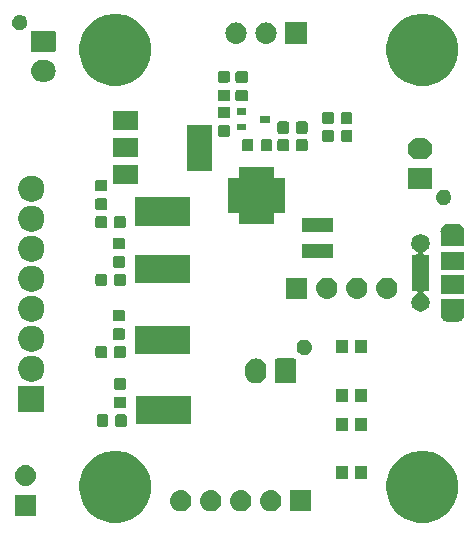
<source format=gbr>
G04 #@! TF.GenerationSoftware,KiCad,Pcbnew,5.0.2-5.0.2*
G04 #@! TF.CreationDate,2019-02-08T22:24:12-08:00*
G04 #@! TF.ProjectId,t962,74393632-2e6b-4696-9361-645f70636258,1.2.2*
G04 #@! TF.SameCoordinates,Original*
G04 #@! TF.FileFunction,Soldermask,Top*
G04 #@! TF.FilePolarity,Negative*
%FSLAX46Y46*%
G04 Gerber Fmt 4.6, Leading zero omitted, Abs format (unit mm)*
G04 Created by KiCad (PCBNEW 5.0.2-5.0.2) date Fri 08 Feb 2019 10:24:12 PM PST*
%MOMM*%
%LPD*%
G01*
G04 APERTURE LIST*
%ADD10C,0.100000*%
G04 APERTURE END LIST*
D10*
G36*
X164593325Y-69127750D02*
X164789769Y-69166825D01*
X165344906Y-69396770D01*
X165844517Y-69730599D01*
X166269401Y-70155483D01*
X166603230Y-70655094D01*
X166833175Y-71210231D01*
X166833175Y-71210232D01*
X166950400Y-71799560D01*
X166950400Y-72400440D01*
X166921103Y-72547723D01*
X166833175Y-72989769D01*
X166603230Y-73544906D01*
X166269401Y-74044517D01*
X165844517Y-74469401D01*
X165344906Y-74803230D01*
X164789769Y-75033175D01*
X164593325Y-75072250D01*
X164200440Y-75150400D01*
X163599560Y-75150400D01*
X163206675Y-75072250D01*
X163010231Y-75033175D01*
X162455094Y-74803230D01*
X161955483Y-74469401D01*
X161530599Y-74044517D01*
X161196770Y-73544906D01*
X160966825Y-72989769D01*
X160878897Y-72547723D01*
X160849600Y-72400440D01*
X160849600Y-71799560D01*
X160966825Y-71210232D01*
X160966825Y-71210231D01*
X161196770Y-70655094D01*
X161530599Y-70155483D01*
X161955483Y-69730599D01*
X162455094Y-69396770D01*
X163010231Y-69166825D01*
X163206675Y-69127750D01*
X163599560Y-69049600D01*
X164200440Y-69049600D01*
X164593325Y-69127750D01*
X164593325Y-69127750D01*
G37*
G36*
X138593325Y-69127750D02*
X138789769Y-69166825D01*
X139344906Y-69396770D01*
X139844517Y-69730599D01*
X140269401Y-70155483D01*
X140603230Y-70655094D01*
X140833175Y-71210231D01*
X140833175Y-71210232D01*
X140950400Y-71799560D01*
X140950400Y-72400440D01*
X140921103Y-72547723D01*
X140833175Y-72989769D01*
X140603230Y-73544906D01*
X140269401Y-74044517D01*
X139844517Y-74469401D01*
X139344906Y-74803230D01*
X138789769Y-75033175D01*
X138593325Y-75072250D01*
X138200440Y-75150400D01*
X137599560Y-75150400D01*
X137206675Y-75072250D01*
X137010231Y-75033175D01*
X136455094Y-74803230D01*
X135955483Y-74469401D01*
X135530599Y-74044517D01*
X135196770Y-73544906D01*
X134966825Y-72989769D01*
X134878897Y-72547723D01*
X134849600Y-72400440D01*
X134849600Y-71799560D01*
X134966825Y-71210232D01*
X134966825Y-71210231D01*
X135196770Y-70655094D01*
X135530599Y-70155483D01*
X135955483Y-69730599D01*
X136455094Y-69396770D01*
X137010231Y-69166825D01*
X137206675Y-69127750D01*
X137599560Y-69049600D01*
X138200440Y-69049600D01*
X138593325Y-69127750D01*
X138593325Y-69127750D01*
G37*
G36*
X131200400Y-74600400D02*
X129399600Y-74600400D01*
X129399600Y-72799600D01*
X131200400Y-72799600D01*
X131200400Y-74600400D01*
X131200400Y-74600400D01*
G37*
G36*
X151236510Y-72412628D02*
X151406235Y-72464114D01*
X151562656Y-72547722D01*
X151699759Y-72660241D01*
X151812278Y-72797344D01*
X151895886Y-72953765D01*
X151947372Y-73123490D01*
X151964756Y-73300000D01*
X151947372Y-73476510D01*
X151895886Y-73646235D01*
X151812278Y-73802656D01*
X151699759Y-73939759D01*
X151562656Y-74052278D01*
X151406235Y-74135886D01*
X151236510Y-74187372D01*
X151104230Y-74200400D01*
X151015770Y-74200400D01*
X150883490Y-74187372D01*
X150713765Y-74135886D01*
X150557344Y-74052278D01*
X150420241Y-73939759D01*
X150307722Y-73802656D01*
X150224114Y-73646235D01*
X150172628Y-73476510D01*
X150155244Y-73300000D01*
X150172628Y-73123490D01*
X150224114Y-72953765D01*
X150307722Y-72797344D01*
X150420241Y-72660241D01*
X150557344Y-72547722D01*
X150713765Y-72464114D01*
X150883490Y-72412628D01*
X151015770Y-72399600D01*
X151104230Y-72399600D01*
X151236510Y-72412628D01*
X151236510Y-72412628D01*
G37*
G36*
X154500400Y-74200400D02*
X152699600Y-74200400D01*
X152699600Y-72399600D01*
X154500400Y-72399600D01*
X154500400Y-74200400D01*
X154500400Y-74200400D01*
G37*
G36*
X143616510Y-72412628D02*
X143786235Y-72464114D01*
X143942656Y-72547722D01*
X144079759Y-72660241D01*
X144192278Y-72797344D01*
X144275886Y-72953765D01*
X144327372Y-73123490D01*
X144344756Y-73300000D01*
X144327372Y-73476510D01*
X144275886Y-73646235D01*
X144192278Y-73802656D01*
X144079759Y-73939759D01*
X143942656Y-74052278D01*
X143786235Y-74135886D01*
X143616510Y-74187372D01*
X143484230Y-74200400D01*
X143395770Y-74200400D01*
X143263490Y-74187372D01*
X143093765Y-74135886D01*
X142937344Y-74052278D01*
X142800241Y-73939759D01*
X142687722Y-73802656D01*
X142604114Y-73646235D01*
X142552628Y-73476510D01*
X142535244Y-73300000D01*
X142552628Y-73123490D01*
X142604114Y-72953765D01*
X142687722Y-72797344D01*
X142800241Y-72660241D01*
X142937344Y-72547722D01*
X143093765Y-72464114D01*
X143263490Y-72412628D01*
X143395770Y-72399600D01*
X143484230Y-72399600D01*
X143616510Y-72412628D01*
X143616510Y-72412628D01*
G37*
G36*
X148696510Y-72412628D02*
X148866235Y-72464114D01*
X149022656Y-72547722D01*
X149159759Y-72660241D01*
X149272278Y-72797344D01*
X149355886Y-72953765D01*
X149407372Y-73123490D01*
X149424756Y-73300000D01*
X149407372Y-73476510D01*
X149355886Y-73646235D01*
X149272278Y-73802656D01*
X149159759Y-73939759D01*
X149022656Y-74052278D01*
X148866235Y-74135886D01*
X148696510Y-74187372D01*
X148564230Y-74200400D01*
X148475770Y-74200400D01*
X148343490Y-74187372D01*
X148173765Y-74135886D01*
X148017344Y-74052278D01*
X147880241Y-73939759D01*
X147767722Y-73802656D01*
X147684114Y-73646235D01*
X147632628Y-73476510D01*
X147615244Y-73300000D01*
X147632628Y-73123490D01*
X147684114Y-72953765D01*
X147767722Y-72797344D01*
X147880241Y-72660241D01*
X148017344Y-72547722D01*
X148173765Y-72464114D01*
X148343490Y-72412628D01*
X148475770Y-72399600D01*
X148564230Y-72399600D01*
X148696510Y-72412628D01*
X148696510Y-72412628D01*
G37*
G36*
X146156510Y-72412628D02*
X146326235Y-72464114D01*
X146482656Y-72547722D01*
X146619759Y-72660241D01*
X146732278Y-72797344D01*
X146815886Y-72953765D01*
X146867372Y-73123490D01*
X146884756Y-73300000D01*
X146867372Y-73476510D01*
X146815886Y-73646235D01*
X146732278Y-73802656D01*
X146619759Y-73939759D01*
X146482656Y-74052278D01*
X146326235Y-74135886D01*
X146156510Y-74187372D01*
X146024230Y-74200400D01*
X145935770Y-74200400D01*
X145803490Y-74187372D01*
X145633765Y-74135886D01*
X145477344Y-74052278D01*
X145340241Y-73939759D01*
X145227722Y-73802656D01*
X145144114Y-73646235D01*
X145092628Y-73476510D01*
X145075244Y-73300000D01*
X145092628Y-73123490D01*
X145144114Y-72953765D01*
X145227722Y-72797344D01*
X145340241Y-72660241D01*
X145477344Y-72547722D01*
X145633765Y-72464114D01*
X145803490Y-72412628D01*
X145935770Y-72399600D01*
X146024230Y-72399600D01*
X146156510Y-72412628D01*
X146156510Y-72412628D01*
G37*
G36*
X130476510Y-70272628D02*
X130646235Y-70324114D01*
X130802656Y-70407722D01*
X130939759Y-70520241D01*
X131052278Y-70657344D01*
X131135886Y-70813765D01*
X131187372Y-70983490D01*
X131204756Y-71160000D01*
X131187372Y-71336510D01*
X131135886Y-71506235D01*
X131052278Y-71662656D01*
X130939759Y-71799759D01*
X130802656Y-71912278D01*
X130646235Y-71995886D01*
X130476510Y-72047372D01*
X130344230Y-72060400D01*
X130255770Y-72060400D01*
X130123490Y-72047372D01*
X129953765Y-71995886D01*
X129797344Y-71912278D01*
X129660241Y-71799759D01*
X129547722Y-71662656D01*
X129464114Y-71506235D01*
X129412628Y-71336510D01*
X129395244Y-71160000D01*
X129412628Y-70983490D01*
X129464114Y-70813765D01*
X129547722Y-70657344D01*
X129660241Y-70520241D01*
X129797344Y-70407722D01*
X129953765Y-70324114D01*
X130123490Y-70272628D01*
X130255770Y-70259600D01*
X130344230Y-70259600D01*
X130476510Y-70272628D01*
X130476510Y-70272628D01*
G37*
G36*
X159200400Y-71450400D02*
X158199600Y-71450400D01*
X158199600Y-70349600D01*
X159200400Y-70349600D01*
X159200400Y-71450400D01*
X159200400Y-71450400D01*
G37*
G36*
X157600400Y-71450400D02*
X156599600Y-71450400D01*
X156599600Y-70349600D01*
X157600400Y-70349600D01*
X157600400Y-71450400D01*
X157600400Y-71450400D01*
G37*
G36*
X157600400Y-67350400D02*
X156599600Y-67350400D01*
X156599600Y-66249600D01*
X157600400Y-66249600D01*
X157600400Y-67350400D01*
X157600400Y-67350400D01*
G37*
G36*
X159200400Y-67350400D02*
X158199600Y-67350400D01*
X158199600Y-66249600D01*
X159200400Y-66249600D01*
X159200400Y-67350400D01*
X159200400Y-67350400D01*
G37*
G36*
X137154232Y-65978679D02*
X137188154Y-65988970D01*
X137219420Y-66005682D01*
X137246827Y-66028173D01*
X137269318Y-66055580D01*
X137286030Y-66086846D01*
X137296321Y-66120768D01*
X137300400Y-66162189D01*
X137300400Y-66837811D01*
X137296321Y-66879232D01*
X137286030Y-66913154D01*
X137269318Y-66944420D01*
X137246827Y-66971827D01*
X137219420Y-66994318D01*
X137188154Y-67011030D01*
X137154232Y-67021321D01*
X137112811Y-67025400D01*
X136512189Y-67025400D01*
X136470768Y-67021321D01*
X136436846Y-67011030D01*
X136405580Y-66994318D01*
X136378173Y-66971827D01*
X136355682Y-66944420D01*
X136338970Y-66913154D01*
X136328679Y-66879232D01*
X136324600Y-66837811D01*
X136324600Y-66162189D01*
X136328679Y-66120768D01*
X136338970Y-66086846D01*
X136355682Y-66055580D01*
X136378173Y-66028173D01*
X136405580Y-66005682D01*
X136436846Y-65988970D01*
X136470768Y-65978679D01*
X136512189Y-65974600D01*
X137112811Y-65974600D01*
X137154232Y-65978679D01*
X137154232Y-65978679D01*
G37*
G36*
X138729232Y-65978679D02*
X138763154Y-65988970D01*
X138794420Y-66005682D01*
X138821827Y-66028173D01*
X138844318Y-66055580D01*
X138861030Y-66086846D01*
X138871321Y-66120768D01*
X138875400Y-66162189D01*
X138875400Y-66837811D01*
X138871321Y-66879232D01*
X138861030Y-66913154D01*
X138844318Y-66944420D01*
X138821827Y-66971827D01*
X138794420Y-66994318D01*
X138763154Y-67011030D01*
X138729232Y-67021321D01*
X138687811Y-67025400D01*
X138087189Y-67025400D01*
X138045768Y-67021321D01*
X138011846Y-67011030D01*
X137980580Y-66994318D01*
X137953173Y-66971827D01*
X137930682Y-66944420D01*
X137913970Y-66913154D01*
X137903679Y-66879232D01*
X137899600Y-66837811D01*
X137899600Y-66162189D01*
X137903679Y-66120768D01*
X137913970Y-66086846D01*
X137930682Y-66055580D01*
X137953173Y-66028173D01*
X137980580Y-66005682D01*
X138011846Y-65988970D01*
X138045768Y-65978679D01*
X138087189Y-65974600D01*
X138687811Y-65974600D01*
X138729232Y-65978679D01*
X138729232Y-65978679D01*
G37*
G36*
X144320400Y-66800400D02*
X139679600Y-66800400D01*
X139679600Y-64399600D01*
X144320400Y-64399600D01*
X144320400Y-66800400D01*
X144320400Y-66800400D01*
G37*
G36*
X131900400Y-65740400D02*
X129699600Y-65740400D01*
X129699600Y-63539600D01*
X131900400Y-63539600D01*
X131900400Y-65740400D01*
X131900400Y-65740400D01*
G37*
G36*
X138679232Y-64503679D02*
X138713154Y-64513970D01*
X138744420Y-64530682D01*
X138771827Y-64553173D01*
X138794318Y-64580580D01*
X138811030Y-64611846D01*
X138821321Y-64645768D01*
X138825400Y-64687189D01*
X138825400Y-65287811D01*
X138821321Y-65329232D01*
X138811030Y-65363154D01*
X138794318Y-65394420D01*
X138771827Y-65421827D01*
X138744420Y-65444318D01*
X138713154Y-65461030D01*
X138679232Y-65471321D01*
X138637811Y-65475400D01*
X137962189Y-65475400D01*
X137920768Y-65471321D01*
X137886846Y-65461030D01*
X137855580Y-65444318D01*
X137828173Y-65421827D01*
X137805682Y-65394420D01*
X137788970Y-65363154D01*
X137778679Y-65329232D01*
X137774600Y-65287811D01*
X137774600Y-64687189D01*
X137778679Y-64645768D01*
X137788970Y-64611846D01*
X137805682Y-64580580D01*
X137828173Y-64553173D01*
X137855580Y-64530682D01*
X137886846Y-64513970D01*
X137920768Y-64503679D01*
X137962189Y-64499600D01*
X138637811Y-64499600D01*
X138679232Y-64503679D01*
X138679232Y-64503679D01*
G37*
G36*
X157600400Y-64900400D02*
X156599600Y-64900400D01*
X156599600Y-63799600D01*
X157600400Y-63799600D01*
X157600400Y-64900400D01*
X157600400Y-64900400D01*
G37*
G36*
X159200400Y-64900400D02*
X158199600Y-64900400D01*
X158199600Y-63799600D01*
X159200400Y-63799600D01*
X159200400Y-64900400D01*
X159200400Y-64900400D01*
G37*
G36*
X138679232Y-62928679D02*
X138713154Y-62938970D01*
X138744420Y-62955682D01*
X138771827Y-62978173D01*
X138794318Y-63005580D01*
X138811030Y-63036846D01*
X138821321Y-63070768D01*
X138825400Y-63112189D01*
X138825400Y-63712811D01*
X138821321Y-63754232D01*
X138811030Y-63788154D01*
X138794318Y-63819420D01*
X138771827Y-63846827D01*
X138744420Y-63869318D01*
X138713154Y-63886030D01*
X138679232Y-63896321D01*
X138637811Y-63900400D01*
X137962189Y-63900400D01*
X137920768Y-63896321D01*
X137886846Y-63886030D01*
X137855580Y-63869318D01*
X137828173Y-63846827D01*
X137805682Y-63819420D01*
X137788970Y-63788154D01*
X137778679Y-63754232D01*
X137774600Y-63712811D01*
X137774600Y-63112189D01*
X137778679Y-63070768D01*
X137788970Y-63036846D01*
X137805682Y-63005580D01*
X137828173Y-62978173D01*
X137855580Y-62955682D01*
X137886846Y-62938970D01*
X137920768Y-62928679D01*
X137962189Y-62924600D01*
X138637811Y-62924600D01*
X138679232Y-62928679D01*
X138679232Y-62928679D01*
G37*
G36*
X149976510Y-61262628D02*
X150146235Y-61314114D01*
X150302656Y-61397722D01*
X150439759Y-61510241D01*
X150552278Y-61647344D01*
X150635886Y-61803765D01*
X150687372Y-61973491D01*
X150700400Y-62105771D01*
X150700400Y-62494230D01*
X150687372Y-62626510D01*
X150635886Y-62796235D01*
X150552278Y-62952656D01*
X150439759Y-63089759D01*
X150302656Y-63202278D01*
X150146235Y-63285886D01*
X149976509Y-63337372D01*
X149800000Y-63354756D01*
X149623490Y-63337372D01*
X149453765Y-63285886D01*
X149297344Y-63202278D01*
X149160241Y-63089759D01*
X149047722Y-62952656D01*
X148964114Y-62796235D01*
X148912628Y-62626509D01*
X148899600Y-62494229D01*
X148899600Y-62105770D01*
X148912628Y-61973490D01*
X148964114Y-61803765D01*
X149047720Y-61647348D01*
X149047723Y-61647344D01*
X149160241Y-61510241D01*
X149218098Y-61462759D01*
X149297345Y-61397722D01*
X149453766Y-61314114D01*
X149623491Y-61262628D01*
X149800000Y-61245244D01*
X149976510Y-61262628D01*
X149976510Y-61262628D01*
G37*
G36*
X153058143Y-61253586D02*
X153091156Y-61263601D01*
X153121586Y-61279866D01*
X153148251Y-61301749D01*
X153170134Y-61328414D01*
X153186399Y-61358844D01*
X153196414Y-61391857D01*
X153200400Y-61432328D01*
X153200400Y-63167672D01*
X153196414Y-63208143D01*
X153186399Y-63241156D01*
X153170134Y-63271586D01*
X153148251Y-63298251D01*
X153121586Y-63320134D01*
X153091156Y-63336399D01*
X153058143Y-63346414D01*
X153017672Y-63350400D01*
X151582328Y-63350400D01*
X151541857Y-63346414D01*
X151508844Y-63336399D01*
X151478414Y-63320134D01*
X151451749Y-63298251D01*
X151429866Y-63271586D01*
X151413601Y-63241156D01*
X151403586Y-63208143D01*
X151399600Y-63167672D01*
X151399600Y-61432328D01*
X151403586Y-61391857D01*
X151413601Y-61358844D01*
X151429866Y-61328414D01*
X151451749Y-61301749D01*
X151478414Y-61279866D01*
X151508844Y-61263601D01*
X151541857Y-61253586D01*
X151582328Y-61249600D01*
X153017672Y-61249600D01*
X153058143Y-61253586D01*
X153058143Y-61253586D01*
G37*
G36*
X131120975Y-61041888D02*
X131321235Y-61124838D01*
X131500855Y-61244857D01*
X131501467Y-61245266D01*
X131654734Y-61398533D01*
X131654736Y-61398536D01*
X131775162Y-61578765D01*
X131858112Y-61779025D01*
X131900400Y-61991620D01*
X131900400Y-62208380D01*
X131858112Y-62420975D01*
X131775162Y-62621235D01*
X131658231Y-62796234D01*
X131654734Y-62801467D01*
X131501467Y-62954734D01*
X131501464Y-62954736D01*
X131321235Y-63075162D01*
X131120975Y-63158112D01*
X130908380Y-63200400D01*
X130691620Y-63200400D01*
X130479025Y-63158112D01*
X130278765Y-63075162D01*
X130098536Y-62954736D01*
X130098533Y-62954734D01*
X129945266Y-62801467D01*
X129941769Y-62796234D01*
X129824838Y-62621235D01*
X129741888Y-62420975D01*
X129699600Y-62208380D01*
X129699600Y-61991620D01*
X129741888Y-61779025D01*
X129824838Y-61578765D01*
X129945264Y-61398536D01*
X129945266Y-61398533D01*
X130098533Y-61245266D01*
X130099145Y-61244857D01*
X130278765Y-61124838D01*
X130479025Y-61041888D01*
X130691620Y-60999600D01*
X130908380Y-60999600D01*
X131120975Y-61041888D01*
X131120975Y-61041888D01*
G37*
G36*
X138629232Y-60178679D02*
X138663154Y-60188970D01*
X138694420Y-60205682D01*
X138721827Y-60228173D01*
X138744318Y-60255580D01*
X138761030Y-60286846D01*
X138771321Y-60320768D01*
X138775400Y-60362189D01*
X138775400Y-61037811D01*
X138771321Y-61079232D01*
X138761030Y-61113154D01*
X138744318Y-61144420D01*
X138721827Y-61171827D01*
X138694420Y-61194318D01*
X138663154Y-61211030D01*
X138629232Y-61221321D01*
X138587811Y-61225400D01*
X137987189Y-61225400D01*
X137945768Y-61221321D01*
X137911846Y-61211030D01*
X137880580Y-61194318D01*
X137853173Y-61171827D01*
X137830682Y-61144420D01*
X137813970Y-61113154D01*
X137803679Y-61079232D01*
X137799600Y-61037811D01*
X137799600Y-60362189D01*
X137803679Y-60320768D01*
X137813970Y-60286846D01*
X137830682Y-60255580D01*
X137853173Y-60228173D01*
X137880580Y-60205682D01*
X137911846Y-60188970D01*
X137945768Y-60178679D01*
X137987189Y-60174600D01*
X138587811Y-60174600D01*
X138629232Y-60178679D01*
X138629232Y-60178679D01*
G37*
G36*
X137054232Y-60178679D02*
X137088154Y-60188970D01*
X137119420Y-60205682D01*
X137146827Y-60228173D01*
X137169318Y-60255580D01*
X137186030Y-60286846D01*
X137196321Y-60320768D01*
X137200400Y-60362189D01*
X137200400Y-61037811D01*
X137196321Y-61079232D01*
X137186030Y-61113154D01*
X137169318Y-61144420D01*
X137146827Y-61171827D01*
X137119420Y-61194318D01*
X137088154Y-61211030D01*
X137054232Y-61221321D01*
X137012811Y-61225400D01*
X136412189Y-61225400D01*
X136370768Y-61221321D01*
X136336846Y-61211030D01*
X136305580Y-61194318D01*
X136278173Y-61171827D01*
X136255682Y-61144420D01*
X136238970Y-61113154D01*
X136228679Y-61079232D01*
X136224600Y-61037811D01*
X136224600Y-60362189D01*
X136228679Y-60320768D01*
X136238970Y-60286846D01*
X136255682Y-60255580D01*
X136278173Y-60228173D01*
X136305580Y-60205682D01*
X136336846Y-60188970D01*
X136370768Y-60178679D01*
X136412189Y-60174600D01*
X137012811Y-60174600D01*
X137054232Y-60178679D01*
X137054232Y-60178679D01*
G37*
G36*
X154089715Y-59674594D02*
X154208079Y-59723622D01*
X154314609Y-59794803D01*
X154405197Y-59885391D01*
X154476378Y-59991921D01*
X154525406Y-60110285D01*
X154550400Y-60235940D01*
X154550400Y-60364060D01*
X154525406Y-60489715D01*
X154476378Y-60608079D01*
X154405197Y-60714609D01*
X154314609Y-60805197D01*
X154208079Y-60876378D01*
X154089715Y-60925406D01*
X153964060Y-60950400D01*
X153835940Y-60950400D01*
X153710285Y-60925406D01*
X153591921Y-60876378D01*
X153485391Y-60805197D01*
X153394803Y-60714609D01*
X153323622Y-60608079D01*
X153274594Y-60489715D01*
X153249600Y-60364060D01*
X153249600Y-60235940D01*
X153274594Y-60110285D01*
X153323622Y-59991921D01*
X153394803Y-59885391D01*
X153485391Y-59794803D01*
X153591921Y-59723622D01*
X153710285Y-59674594D01*
X153835940Y-59649600D01*
X153964060Y-59649600D01*
X154089715Y-59674594D01*
X154089715Y-59674594D01*
G37*
G36*
X144220400Y-60900400D02*
X139579600Y-60900400D01*
X139579600Y-58499600D01*
X144220400Y-58499600D01*
X144220400Y-60900400D01*
X144220400Y-60900400D01*
G37*
G36*
X159200400Y-60800400D02*
X158199600Y-60800400D01*
X158199600Y-59699600D01*
X159200400Y-59699600D01*
X159200400Y-60800400D01*
X159200400Y-60800400D01*
G37*
G36*
X157600400Y-60800400D02*
X156599600Y-60800400D01*
X156599600Y-59699600D01*
X157600400Y-59699600D01*
X157600400Y-60800400D01*
X157600400Y-60800400D01*
G37*
G36*
X131120975Y-58501888D02*
X131321235Y-58584838D01*
X131492987Y-58699600D01*
X131501467Y-58705266D01*
X131654734Y-58858533D01*
X131654736Y-58858536D01*
X131775162Y-59038765D01*
X131858112Y-59239025D01*
X131900400Y-59451620D01*
X131900400Y-59668380D01*
X131858112Y-59880975D01*
X131775162Y-60081235D01*
X131685306Y-60215713D01*
X131654734Y-60261467D01*
X131501467Y-60414734D01*
X131501464Y-60414736D01*
X131321235Y-60535162D01*
X131120975Y-60618112D01*
X130908380Y-60660400D01*
X130691620Y-60660400D01*
X130479025Y-60618112D01*
X130278765Y-60535162D01*
X130098536Y-60414736D01*
X130098533Y-60414734D01*
X129945266Y-60261467D01*
X129914694Y-60215713D01*
X129824838Y-60081235D01*
X129741888Y-59880975D01*
X129699600Y-59668380D01*
X129699600Y-59451620D01*
X129741888Y-59239025D01*
X129824838Y-59038765D01*
X129945264Y-58858536D01*
X129945266Y-58858533D01*
X130098533Y-58705266D01*
X130107013Y-58699600D01*
X130278765Y-58584838D01*
X130479025Y-58501888D01*
X130691620Y-58459600D01*
X130908380Y-58459600D01*
X131120975Y-58501888D01*
X131120975Y-58501888D01*
G37*
G36*
X138579232Y-58703679D02*
X138613154Y-58713970D01*
X138644420Y-58730682D01*
X138671827Y-58753173D01*
X138694318Y-58780580D01*
X138711030Y-58811846D01*
X138721321Y-58845768D01*
X138725400Y-58887189D01*
X138725400Y-59487811D01*
X138721321Y-59529232D01*
X138711030Y-59563154D01*
X138694318Y-59594420D01*
X138671827Y-59621827D01*
X138644420Y-59644318D01*
X138613154Y-59661030D01*
X138579232Y-59671321D01*
X138537811Y-59675400D01*
X137862189Y-59675400D01*
X137820768Y-59671321D01*
X137786846Y-59661030D01*
X137755580Y-59644318D01*
X137728173Y-59621827D01*
X137705682Y-59594420D01*
X137688970Y-59563154D01*
X137678679Y-59529232D01*
X137674600Y-59487811D01*
X137674600Y-58887189D01*
X137678679Y-58845768D01*
X137688970Y-58811846D01*
X137705682Y-58780580D01*
X137728173Y-58753173D01*
X137755580Y-58730682D01*
X137786846Y-58713970D01*
X137820768Y-58703679D01*
X137862189Y-58699600D01*
X138537811Y-58699600D01*
X138579232Y-58703679D01*
X138579232Y-58703679D01*
G37*
G36*
X167437900Y-57461915D02*
X167438501Y-57474154D01*
X167441047Y-57500000D01*
X167438501Y-57525846D01*
X167437900Y-57538085D01*
X167437900Y-57611097D01*
X167429098Y-57627565D01*
X167424971Y-57639097D01*
X167391299Y-57750102D01*
X167330904Y-57863091D01*
X167249628Y-57962128D01*
X167150591Y-58043404D01*
X167037602Y-58103799D01*
X166915001Y-58140989D01*
X166819451Y-58150400D01*
X166055549Y-58150400D01*
X165959999Y-58140989D01*
X165837398Y-58103799D01*
X165724409Y-58043404D01*
X165625372Y-57962128D01*
X165544096Y-57863091D01*
X165483701Y-57750102D01*
X165450031Y-57639106D01*
X165440657Y-57616476D01*
X165437100Y-57611153D01*
X165437100Y-57538085D01*
X165436499Y-57525846D01*
X165433953Y-57500000D01*
X165436499Y-57474154D01*
X165437100Y-57461915D01*
X165437100Y-56249600D01*
X167437900Y-56249600D01*
X167437900Y-57461915D01*
X167437900Y-57461915D01*
G37*
G36*
X131120975Y-55961888D02*
X131321235Y-56044838D01*
X131457497Y-56135886D01*
X131501467Y-56165266D01*
X131654734Y-56318533D01*
X131654736Y-56318536D01*
X131775162Y-56498765D01*
X131858112Y-56699025D01*
X131900400Y-56911620D01*
X131900400Y-57128380D01*
X131858112Y-57340975D01*
X131775162Y-57541235D01*
X131709760Y-57639115D01*
X131654734Y-57721467D01*
X131501467Y-57874734D01*
X131501464Y-57874736D01*
X131321235Y-57995162D01*
X131120975Y-58078112D01*
X130908380Y-58120400D01*
X130691620Y-58120400D01*
X130479025Y-58078112D01*
X130278765Y-57995162D01*
X130098536Y-57874736D01*
X130098533Y-57874734D01*
X129945266Y-57721467D01*
X129890240Y-57639115D01*
X129824838Y-57541235D01*
X129741888Y-57340975D01*
X129699600Y-57128380D01*
X129699600Y-56911620D01*
X129741888Y-56699025D01*
X129824838Y-56498765D01*
X129945264Y-56318536D01*
X129945266Y-56318533D01*
X130098533Y-56165266D01*
X130142503Y-56135886D01*
X130278765Y-56044838D01*
X130479025Y-55961888D01*
X130691620Y-55919600D01*
X130908380Y-55919600D01*
X131120975Y-55961888D01*
X131120975Y-55961888D01*
G37*
G36*
X138579232Y-57128679D02*
X138613154Y-57138970D01*
X138644420Y-57155682D01*
X138671827Y-57178173D01*
X138694318Y-57205580D01*
X138711030Y-57236846D01*
X138721321Y-57270768D01*
X138725400Y-57312189D01*
X138725400Y-57912811D01*
X138721321Y-57954232D01*
X138711030Y-57988154D01*
X138694318Y-58019420D01*
X138671827Y-58046827D01*
X138644420Y-58069318D01*
X138613154Y-58086030D01*
X138579232Y-58096321D01*
X138537811Y-58100400D01*
X137862189Y-58100400D01*
X137820768Y-58096321D01*
X137786846Y-58086030D01*
X137755580Y-58069318D01*
X137728173Y-58046827D01*
X137705682Y-58019420D01*
X137688970Y-57988154D01*
X137678679Y-57954232D01*
X137674600Y-57912811D01*
X137674600Y-57312189D01*
X137678679Y-57270768D01*
X137688970Y-57236846D01*
X137705682Y-57205580D01*
X137728173Y-57178173D01*
X137755580Y-57155682D01*
X137786846Y-57138970D01*
X137820768Y-57128679D01*
X137862189Y-57124600D01*
X138537811Y-57124600D01*
X138579232Y-57128679D01*
X138579232Y-57128679D01*
G37*
G36*
X163873792Y-50736519D02*
X163963676Y-50754398D01*
X164104790Y-50812849D01*
X164179982Y-50863091D01*
X164231792Y-50897709D01*
X164339791Y-51005708D01*
X164339793Y-51005711D01*
X164424651Y-51132710D01*
X164483102Y-51273824D01*
X164500981Y-51363708D01*
X164512900Y-51423628D01*
X164512900Y-51576372D01*
X164500981Y-51636292D01*
X164483102Y-51726176D01*
X164424651Y-51867290D01*
X164356478Y-51969318D01*
X164339791Y-51994292D01*
X164231792Y-52102291D01*
X164231789Y-52102293D01*
X164104790Y-52187151D01*
X164051755Y-52209119D01*
X164030151Y-52220667D01*
X164011209Y-52236212D01*
X163995664Y-52255154D01*
X163984113Y-52276765D01*
X163977000Y-52300214D01*
X163974598Y-52324600D01*
X163977000Y-52348987D01*
X163984113Y-52372436D01*
X163995665Y-52394047D01*
X164011210Y-52412989D01*
X164030152Y-52428534D01*
X164051763Y-52440085D01*
X164075212Y-52447198D01*
X164099598Y-52449600D01*
X164462900Y-52449600D01*
X164462900Y-55550400D01*
X164099598Y-55550400D01*
X164075212Y-55552802D01*
X164051763Y-55559915D01*
X164030152Y-55571466D01*
X164011210Y-55587012D01*
X163995664Y-55605954D01*
X163984113Y-55627565D01*
X163977000Y-55651014D01*
X163974598Y-55675400D01*
X163977000Y-55699786D01*
X163984113Y-55723235D01*
X163995664Y-55744846D01*
X164011210Y-55763788D01*
X164030152Y-55779334D01*
X164051755Y-55790881D01*
X164104790Y-55812849D01*
X164231219Y-55897326D01*
X164231792Y-55897709D01*
X164339791Y-56005708D01*
X164339793Y-56005711D01*
X164424651Y-56132710D01*
X164483102Y-56273824D01*
X164512900Y-56423630D01*
X164512900Y-56576370D01*
X164483102Y-56726176D01*
X164424651Y-56867290D01*
X164340174Y-56993719D01*
X164339791Y-56994292D01*
X164231792Y-57102291D01*
X164231789Y-57102293D01*
X164104790Y-57187151D01*
X163963676Y-57245602D01*
X163873792Y-57263481D01*
X163813872Y-57275400D01*
X163661128Y-57275400D01*
X163601208Y-57263481D01*
X163511324Y-57245602D01*
X163370210Y-57187151D01*
X163243211Y-57102293D01*
X163243208Y-57102291D01*
X163135209Y-56994292D01*
X163134826Y-56993719D01*
X163050349Y-56867290D01*
X162991898Y-56726176D01*
X162962100Y-56576370D01*
X162962100Y-56423630D01*
X162991898Y-56273824D01*
X163050349Y-56132710D01*
X163135207Y-56005711D01*
X163135209Y-56005708D01*
X163243208Y-55897709D01*
X163243781Y-55897326D01*
X163370210Y-55812849D01*
X163423245Y-55790881D01*
X163444849Y-55779333D01*
X163463791Y-55763788D01*
X163479336Y-55744846D01*
X163490887Y-55723235D01*
X163498000Y-55699786D01*
X163500402Y-55675400D01*
X163498000Y-55651013D01*
X163490887Y-55627564D01*
X163479335Y-55605953D01*
X163463790Y-55587011D01*
X163444848Y-55571466D01*
X163423237Y-55559915D01*
X163399788Y-55552802D01*
X163375402Y-55550400D01*
X163012100Y-55550400D01*
X163012100Y-52449600D01*
X163375402Y-52449600D01*
X163399788Y-52447198D01*
X163423237Y-52440085D01*
X163444848Y-52428534D01*
X163463790Y-52412988D01*
X163479336Y-52394046D01*
X163490887Y-52372435D01*
X163498000Y-52348986D01*
X163500402Y-52324600D01*
X163498000Y-52300214D01*
X163490887Y-52276765D01*
X163479336Y-52255154D01*
X163463790Y-52236212D01*
X163444848Y-52220666D01*
X163423245Y-52209119D01*
X163370210Y-52187151D01*
X163243211Y-52102293D01*
X163243208Y-52102291D01*
X163135209Y-51994292D01*
X163118522Y-51969318D01*
X163050349Y-51867290D01*
X162991898Y-51726176D01*
X162974019Y-51636292D01*
X162962100Y-51576372D01*
X162962100Y-51423628D01*
X162974019Y-51363708D01*
X162991898Y-51273824D01*
X163050349Y-51132710D01*
X163135207Y-51005711D01*
X163135209Y-51005708D01*
X163243208Y-50897709D01*
X163295018Y-50863091D01*
X163370210Y-50812849D01*
X163511324Y-50754398D01*
X163601208Y-50736519D01*
X163661128Y-50724600D01*
X163813872Y-50724600D01*
X163873792Y-50736519D01*
X163873792Y-50736519D01*
G37*
G36*
X161056510Y-54412628D02*
X161226235Y-54464114D01*
X161382656Y-54547722D01*
X161519759Y-54660241D01*
X161632278Y-54797344D01*
X161715886Y-54953765D01*
X161767372Y-55123490D01*
X161784756Y-55300000D01*
X161767372Y-55476510D01*
X161715886Y-55646235D01*
X161632278Y-55802656D01*
X161519759Y-55939759D01*
X161382656Y-56052278D01*
X161226235Y-56135886D01*
X161056510Y-56187372D01*
X160924230Y-56200400D01*
X160835770Y-56200400D01*
X160703490Y-56187372D01*
X160533765Y-56135886D01*
X160377344Y-56052278D01*
X160240241Y-55939759D01*
X160127722Y-55802656D01*
X160044114Y-55646235D01*
X159992628Y-55476510D01*
X159975244Y-55300000D01*
X159992628Y-55123490D01*
X160044114Y-54953765D01*
X160127722Y-54797344D01*
X160240241Y-54660241D01*
X160377344Y-54547722D01*
X160533765Y-54464114D01*
X160703490Y-54412628D01*
X160835770Y-54399600D01*
X160924230Y-54399600D01*
X161056510Y-54412628D01*
X161056510Y-54412628D01*
G37*
G36*
X154160400Y-56200400D02*
X152359600Y-56200400D01*
X152359600Y-54399600D01*
X154160400Y-54399600D01*
X154160400Y-56200400D01*
X154160400Y-56200400D01*
G37*
G36*
X158516510Y-54412628D02*
X158686235Y-54464114D01*
X158842656Y-54547722D01*
X158979759Y-54660241D01*
X159092278Y-54797344D01*
X159175886Y-54953765D01*
X159227372Y-55123490D01*
X159244756Y-55300000D01*
X159227372Y-55476510D01*
X159175886Y-55646235D01*
X159092278Y-55802656D01*
X158979759Y-55939759D01*
X158842656Y-56052278D01*
X158686235Y-56135886D01*
X158516510Y-56187372D01*
X158384230Y-56200400D01*
X158295770Y-56200400D01*
X158163490Y-56187372D01*
X157993765Y-56135886D01*
X157837344Y-56052278D01*
X157700241Y-55939759D01*
X157587722Y-55802656D01*
X157504114Y-55646235D01*
X157452628Y-55476510D01*
X157435244Y-55300000D01*
X157452628Y-55123490D01*
X157504114Y-54953765D01*
X157587722Y-54797344D01*
X157700241Y-54660241D01*
X157837344Y-54547722D01*
X157993765Y-54464114D01*
X158163490Y-54412628D01*
X158295770Y-54399600D01*
X158384230Y-54399600D01*
X158516510Y-54412628D01*
X158516510Y-54412628D01*
G37*
G36*
X155976510Y-54412628D02*
X156146235Y-54464114D01*
X156302656Y-54547722D01*
X156439759Y-54660241D01*
X156552278Y-54797344D01*
X156635886Y-54953765D01*
X156687372Y-55123490D01*
X156704756Y-55300000D01*
X156687372Y-55476510D01*
X156635886Y-55646235D01*
X156552278Y-55802656D01*
X156439759Y-55939759D01*
X156302656Y-56052278D01*
X156146235Y-56135886D01*
X155976510Y-56187372D01*
X155844230Y-56200400D01*
X155755770Y-56200400D01*
X155623490Y-56187372D01*
X155453765Y-56135886D01*
X155297344Y-56052278D01*
X155160241Y-55939759D01*
X155047722Y-55802656D01*
X154964114Y-55646235D01*
X154912628Y-55476510D01*
X154895244Y-55300000D01*
X154912628Y-55123490D01*
X154964114Y-54953765D01*
X155047722Y-54797344D01*
X155160241Y-54660241D01*
X155297344Y-54547722D01*
X155453765Y-54464114D01*
X155623490Y-54412628D01*
X155755770Y-54399600D01*
X155844230Y-54399600D01*
X155976510Y-54412628D01*
X155976510Y-54412628D01*
G37*
G36*
X167437900Y-55800400D02*
X165437100Y-55800400D01*
X165437100Y-54199600D01*
X167437900Y-54199600D01*
X167437900Y-55800400D01*
X167437900Y-55800400D01*
G37*
G36*
X131120975Y-53421888D02*
X131321235Y-53504838D01*
X131500855Y-53624857D01*
X131501467Y-53625266D01*
X131654734Y-53778533D01*
X131654736Y-53778536D01*
X131775162Y-53958765D01*
X131858112Y-54159025D01*
X131900400Y-54371620D01*
X131900400Y-54588380D01*
X131858112Y-54800975D01*
X131775162Y-55001235D01*
X131692197Y-55125400D01*
X131654734Y-55181467D01*
X131501467Y-55334734D01*
X131501464Y-55334736D01*
X131321235Y-55455162D01*
X131120975Y-55538112D01*
X130908380Y-55580400D01*
X130691620Y-55580400D01*
X130479025Y-55538112D01*
X130278765Y-55455162D01*
X130098536Y-55334736D01*
X130098533Y-55334734D01*
X129945266Y-55181467D01*
X129907803Y-55125400D01*
X129824838Y-55001235D01*
X129741888Y-54800975D01*
X129699600Y-54588380D01*
X129699600Y-54371620D01*
X129741888Y-54159025D01*
X129824838Y-53958765D01*
X129945264Y-53778536D01*
X129945266Y-53778533D01*
X130098533Y-53625266D01*
X130099145Y-53624857D01*
X130278765Y-53504838D01*
X130479025Y-53421888D01*
X130691620Y-53379600D01*
X130908380Y-53379600D01*
X131120975Y-53421888D01*
X131120975Y-53421888D01*
G37*
G36*
X137054232Y-54078679D02*
X137088154Y-54088970D01*
X137119420Y-54105682D01*
X137146827Y-54128173D01*
X137169318Y-54155580D01*
X137186030Y-54186846D01*
X137196321Y-54220768D01*
X137200400Y-54262189D01*
X137200400Y-54937811D01*
X137196321Y-54979232D01*
X137186030Y-55013154D01*
X137169318Y-55044420D01*
X137146827Y-55071827D01*
X137119420Y-55094318D01*
X137088154Y-55111030D01*
X137054232Y-55121321D01*
X137012811Y-55125400D01*
X136412189Y-55125400D01*
X136370768Y-55121321D01*
X136336846Y-55111030D01*
X136305580Y-55094318D01*
X136278173Y-55071827D01*
X136255682Y-55044420D01*
X136238970Y-55013154D01*
X136228679Y-54979232D01*
X136224600Y-54937811D01*
X136224600Y-54262189D01*
X136228679Y-54220768D01*
X136238970Y-54186846D01*
X136255682Y-54155580D01*
X136278173Y-54128173D01*
X136305580Y-54105682D01*
X136336846Y-54088970D01*
X136370768Y-54078679D01*
X136412189Y-54074600D01*
X137012811Y-54074600D01*
X137054232Y-54078679D01*
X137054232Y-54078679D01*
G37*
G36*
X138629232Y-54078679D02*
X138663154Y-54088970D01*
X138694420Y-54105682D01*
X138721827Y-54128173D01*
X138744318Y-54155580D01*
X138761030Y-54186846D01*
X138771321Y-54220768D01*
X138775400Y-54262189D01*
X138775400Y-54937811D01*
X138771321Y-54979232D01*
X138761030Y-55013154D01*
X138744318Y-55044420D01*
X138721827Y-55071827D01*
X138694420Y-55094318D01*
X138663154Y-55111030D01*
X138629232Y-55121321D01*
X138587811Y-55125400D01*
X137987189Y-55125400D01*
X137945768Y-55121321D01*
X137911846Y-55111030D01*
X137880580Y-55094318D01*
X137853173Y-55071827D01*
X137830682Y-55044420D01*
X137813970Y-55013154D01*
X137803679Y-54979232D01*
X137799600Y-54937811D01*
X137799600Y-54262189D01*
X137803679Y-54220768D01*
X137813970Y-54186846D01*
X137830682Y-54155580D01*
X137853173Y-54128173D01*
X137880580Y-54105682D01*
X137911846Y-54088970D01*
X137945768Y-54078679D01*
X137987189Y-54074600D01*
X138587811Y-54074600D01*
X138629232Y-54078679D01*
X138629232Y-54078679D01*
G37*
G36*
X144220400Y-54900400D02*
X139579600Y-54900400D01*
X139579600Y-52499600D01*
X144220400Y-52499600D01*
X144220400Y-54900400D01*
X144220400Y-54900400D01*
G37*
G36*
X167437900Y-53800400D02*
X165437100Y-53800400D01*
X165437100Y-52199600D01*
X167437900Y-52199600D01*
X167437900Y-53800400D01*
X167437900Y-53800400D01*
G37*
G36*
X138579232Y-52603679D02*
X138613154Y-52613970D01*
X138644420Y-52630682D01*
X138671827Y-52653173D01*
X138694318Y-52680580D01*
X138711030Y-52711846D01*
X138721321Y-52745768D01*
X138725400Y-52787189D01*
X138725400Y-53387811D01*
X138721321Y-53429232D01*
X138711030Y-53463154D01*
X138694318Y-53494420D01*
X138671827Y-53521827D01*
X138644420Y-53544318D01*
X138613154Y-53561030D01*
X138579232Y-53571321D01*
X138537811Y-53575400D01*
X137862189Y-53575400D01*
X137820768Y-53571321D01*
X137786846Y-53561030D01*
X137755580Y-53544318D01*
X137728173Y-53521827D01*
X137705682Y-53494420D01*
X137688970Y-53463154D01*
X137678679Y-53429232D01*
X137674600Y-53387811D01*
X137674600Y-52787189D01*
X137678679Y-52745768D01*
X137688970Y-52711846D01*
X137705682Y-52680580D01*
X137728173Y-52653173D01*
X137755580Y-52630682D01*
X137786846Y-52613970D01*
X137820768Y-52603679D01*
X137862189Y-52599600D01*
X138537811Y-52599600D01*
X138579232Y-52603679D01*
X138579232Y-52603679D01*
G37*
G36*
X131120975Y-50881888D02*
X131321235Y-50964838D01*
X131472204Y-51065713D01*
X131501467Y-51085266D01*
X131654734Y-51238533D01*
X131654736Y-51238536D01*
X131775162Y-51418765D01*
X131858112Y-51619025D01*
X131900400Y-51831620D01*
X131900400Y-52048380D01*
X131858112Y-52260975D01*
X131775162Y-52461235D01*
X131661940Y-52630682D01*
X131654734Y-52641467D01*
X131501467Y-52794734D01*
X131501464Y-52794736D01*
X131321235Y-52915162D01*
X131120975Y-52998112D01*
X130908380Y-53040400D01*
X130691620Y-53040400D01*
X130479025Y-52998112D01*
X130278765Y-52915162D01*
X130098536Y-52794736D01*
X130098533Y-52794734D01*
X129945266Y-52641467D01*
X129938060Y-52630682D01*
X129824838Y-52461235D01*
X129741888Y-52260975D01*
X129699600Y-52048380D01*
X129699600Y-51831620D01*
X129741888Y-51619025D01*
X129824838Y-51418765D01*
X129945264Y-51238536D01*
X129945266Y-51238533D01*
X130098533Y-51085266D01*
X130127796Y-51065713D01*
X130278765Y-50964838D01*
X130479025Y-50881888D01*
X130691620Y-50839600D01*
X130908380Y-50839600D01*
X131120975Y-50881888D01*
X131120975Y-50881888D01*
G37*
G36*
X156325400Y-52705400D02*
X153674600Y-52705400D01*
X153674600Y-51544600D01*
X156325400Y-51544600D01*
X156325400Y-52705400D01*
X156325400Y-52705400D01*
G37*
G36*
X138579232Y-51028679D02*
X138613154Y-51038970D01*
X138644420Y-51055682D01*
X138671827Y-51078173D01*
X138694318Y-51105580D01*
X138711030Y-51136846D01*
X138721321Y-51170768D01*
X138725400Y-51212189D01*
X138725400Y-51812811D01*
X138721321Y-51854232D01*
X138711030Y-51888154D01*
X138694318Y-51919420D01*
X138671827Y-51946827D01*
X138644420Y-51969318D01*
X138613154Y-51986030D01*
X138579232Y-51996321D01*
X138537811Y-52000400D01*
X137862189Y-52000400D01*
X137820768Y-51996321D01*
X137786846Y-51986030D01*
X137755580Y-51969318D01*
X137728173Y-51946827D01*
X137705682Y-51919420D01*
X137688970Y-51888154D01*
X137678679Y-51854232D01*
X137674600Y-51812811D01*
X137674600Y-51212189D01*
X137678679Y-51170768D01*
X137688970Y-51136846D01*
X137705682Y-51105580D01*
X137728173Y-51078173D01*
X137755580Y-51055682D01*
X137786846Y-51038970D01*
X137820768Y-51028679D01*
X137862189Y-51024600D01*
X138537811Y-51024600D01*
X138579232Y-51028679D01*
X138579232Y-51028679D01*
G37*
G36*
X166915001Y-49859011D02*
X167037602Y-49896201D01*
X167150591Y-49956596D01*
X167249628Y-50037872D01*
X167330904Y-50136909D01*
X167391299Y-50249898D01*
X167424969Y-50360894D01*
X167434343Y-50383524D01*
X167437900Y-50388847D01*
X167437900Y-50461915D01*
X167438501Y-50474154D01*
X167441047Y-50500000D01*
X167438501Y-50525846D01*
X167437900Y-50538085D01*
X167437900Y-51750400D01*
X165437100Y-51750400D01*
X165437100Y-50538085D01*
X165436499Y-50525846D01*
X165433953Y-50500000D01*
X165436499Y-50474154D01*
X165437100Y-50461915D01*
X165437100Y-50388903D01*
X165445902Y-50372435D01*
X165450029Y-50360903D01*
X165483701Y-50249898D01*
X165544096Y-50136909D01*
X165625372Y-50037872D01*
X165724409Y-49956596D01*
X165837398Y-49896201D01*
X165959999Y-49859011D01*
X166055549Y-49849600D01*
X166819451Y-49849600D01*
X166915001Y-49859011D01*
X166915001Y-49859011D01*
G37*
G36*
X156325400Y-50505400D02*
X153674600Y-50505400D01*
X153674600Y-49344600D01*
X156325400Y-49344600D01*
X156325400Y-50505400D01*
X156325400Y-50505400D01*
G37*
G36*
X131120975Y-48341888D02*
X131321235Y-48424838D01*
X131490072Y-48537652D01*
X131501467Y-48545266D01*
X131654734Y-48698533D01*
X131654736Y-48698536D01*
X131775162Y-48878765D01*
X131858112Y-49079025D01*
X131900400Y-49291620D01*
X131900400Y-49508380D01*
X131858112Y-49720975D01*
X131775162Y-49921235D01*
X131697227Y-50037872D01*
X131654734Y-50101467D01*
X131501467Y-50254734D01*
X131501464Y-50254736D01*
X131321235Y-50375162D01*
X131141525Y-50449600D01*
X131120975Y-50458112D01*
X130908380Y-50500400D01*
X130691620Y-50500400D01*
X130479025Y-50458112D01*
X130458475Y-50449600D01*
X130278765Y-50375162D01*
X130098536Y-50254736D01*
X130098533Y-50254734D01*
X129945266Y-50101467D01*
X129902773Y-50037872D01*
X129824838Y-49921235D01*
X129741888Y-49720975D01*
X129699600Y-49508380D01*
X129699600Y-49291620D01*
X129741888Y-49079025D01*
X129824838Y-48878765D01*
X129945264Y-48698536D01*
X129945266Y-48698533D01*
X130098533Y-48545266D01*
X130109928Y-48537652D01*
X130278765Y-48424838D01*
X130479025Y-48341888D01*
X130691620Y-48299600D01*
X130908380Y-48299600D01*
X131120975Y-48341888D01*
X131120975Y-48341888D01*
G37*
G36*
X138629232Y-49178679D02*
X138663154Y-49188970D01*
X138694420Y-49205682D01*
X138721827Y-49228173D01*
X138744318Y-49255580D01*
X138761030Y-49286846D01*
X138771321Y-49320768D01*
X138775400Y-49362189D01*
X138775400Y-50037811D01*
X138771321Y-50079232D01*
X138761030Y-50113154D01*
X138744318Y-50144420D01*
X138721827Y-50171827D01*
X138694420Y-50194318D01*
X138663154Y-50211030D01*
X138629232Y-50221321D01*
X138587811Y-50225400D01*
X137987189Y-50225400D01*
X137945768Y-50221321D01*
X137911846Y-50211030D01*
X137880580Y-50194318D01*
X137853173Y-50171827D01*
X137830682Y-50144420D01*
X137813970Y-50113154D01*
X137803679Y-50079232D01*
X137799600Y-50037811D01*
X137799600Y-49362189D01*
X137803679Y-49320768D01*
X137813970Y-49286846D01*
X137830682Y-49255580D01*
X137853173Y-49228173D01*
X137880580Y-49205682D01*
X137911846Y-49188970D01*
X137945768Y-49178679D01*
X137987189Y-49174600D01*
X138587811Y-49174600D01*
X138629232Y-49178679D01*
X138629232Y-49178679D01*
G37*
G36*
X137054232Y-49178679D02*
X137088154Y-49188970D01*
X137119420Y-49205682D01*
X137146827Y-49228173D01*
X137169318Y-49255580D01*
X137186030Y-49286846D01*
X137196321Y-49320768D01*
X137200400Y-49362189D01*
X137200400Y-50037811D01*
X137196321Y-50079232D01*
X137186030Y-50113154D01*
X137169318Y-50144420D01*
X137146827Y-50171827D01*
X137119420Y-50194318D01*
X137088154Y-50211030D01*
X137054232Y-50221321D01*
X137012811Y-50225400D01*
X136412189Y-50225400D01*
X136370768Y-50221321D01*
X136336846Y-50211030D01*
X136305580Y-50194318D01*
X136278173Y-50171827D01*
X136255682Y-50144420D01*
X136238970Y-50113154D01*
X136228679Y-50079232D01*
X136224600Y-50037811D01*
X136224600Y-49362189D01*
X136228679Y-49320768D01*
X136238970Y-49286846D01*
X136255682Y-49255580D01*
X136278173Y-49228173D01*
X136305580Y-49205682D01*
X136336846Y-49188970D01*
X136370768Y-49178679D01*
X136412189Y-49174600D01*
X137012811Y-49174600D01*
X137054232Y-49178679D01*
X137054232Y-49178679D01*
G37*
G36*
X144220400Y-50000400D02*
X139579600Y-50000400D01*
X139579600Y-47599600D01*
X144220400Y-47599600D01*
X144220400Y-50000400D01*
X144220400Y-50000400D01*
G37*
G36*
X150937652Y-45025170D02*
X150943440Y-45024600D01*
X151256562Y-45024600D01*
X151269938Y-45025917D01*
X151276893Y-45028027D01*
X151283307Y-45031456D01*
X151288930Y-45036070D01*
X151293544Y-45041693D01*
X151296973Y-45048107D01*
X151299083Y-45055062D01*
X151300400Y-45068438D01*
X151300400Y-45874600D01*
X151302802Y-45898986D01*
X151309915Y-45922435D01*
X151321466Y-45944046D01*
X151337012Y-45962988D01*
X151355954Y-45978534D01*
X151377565Y-45990085D01*
X151401014Y-45997198D01*
X151425400Y-45999600D01*
X152231562Y-45999600D01*
X152244938Y-46000917D01*
X152251893Y-46003027D01*
X152258307Y-46006456D01*
X152263930Y-46011070D01*
X152268544Y-46016693D01*
X152271973Y-46023107D01*
X152274083Y-46030062D01*
X152275400Y-46043438D01*
X152275400Y-46356560D01*
X152274830Y-46362348D01*
X152274830Y-46386853D01*
X152275400Y-46389718D01*
X152275400Y-48525400D01*
X152275432Y-48525400D01*
X152274830Y-48537652D01*
X152275400Y-48543440D01*
X152275400Y-48856562D01*
X152274083Y-48869938D01*
X152271973Y-48876893D01*
X152268544Y-48883307D01*
X152263930Y-48888930D01*
X152258307Y-48893544D01*
X152251893Y-48896973D01*
X152244938Y-48899083D01*
X152231562Y-48900400D01*
X151425400Y-48900400D01*
X151401014Y-48902802D01*
X151377565Y-48909915D01*
X151355954Y-48921466D01*
X151337012Y-48937012D01*
X151321466Y-48955954D01*
X151309915Y-48977565D01*
X151302802Y-49001014D01*
X151300400Y-49025400D01*
X151300400Y-49831562D01*
X151299083Y-49844938D01*
X151296973Y-49851893D01*
X151293544Y-49858307D01*
X151288930Y-49863930D01*
X151283307Y-49868544D01*
X151276893Y-49871973D01*
X151269938Y-49874083D01*
X151256562Y-49875400D01*
X150943440Y-49875400D01*
X150937652Y-49874830D01*
X150913147Y-49874830D01*
X150910282Y-49875400D01*
X148774600Y-49875400D01*
X148774600Y-49875432D01*
X148762348Y-49874830D01*
X148756560Y-49875400D01*
X148443438Y-49875400D01*
X148430062Y-49874083D01*
X148423107Y-49871973D01*
X148416693Y-49868544D01*
X148411070Y-49863930D01*
X148406456Y-49858307D01*
X148403027Y-49851893D01*
X148400917Y-49844938D01*
X148399600Y-49831562D01*
X148399600Y-49025400D01*
X148397198Y-49001014D01*
X148390085Y-48977565D01*
X148378534Y-48955954D01*
X148362988Y-48937012D01*
X148344046Y-48921466D01*
X148322435Y-48909915D01*
X148298986Y-48902802D01*
X148274600Y-48900400D01*
X147468438Y-48900400D01*
X147455062Y-48899083D01*
X147448107Y-48896973D01*
X147441693Y-48893544D01*
X147436070Y-48888930D01*
X147431456Y-48883307D01*
X147428027Y-48876893D01*
X147425917Y-48869938D01*
X147424600Y-48856562D01*
X147424600Y-48543440D01*
X147425170Y-48537652D01*
X147425170Y-48513147D01*
X147424600Y-48510282D01*
X147424600Y-46374600D01*
X147424568Y-46374600D01*
X147425170Y-46362348D01*
X147424600Y-46356560D01*
X147424600Y-46043438D01*
X147425917Y-46030062D01*
X147428027Y-46023107D01*
X147431456Y-46016693D01*
X147436070Y-46011070D01*
X147441693Y-46006456D01*
X147448107Y-46003027D01*
X147455062Y-46000917D01*
X147468438Y-45999600D01*
X148274600Y-45999600D01*
X148298986Y-45997198D01*
X148322435Y-45990085D01*
X148344046Y-45978534D01*
X148362988Y-45962988D01*
X148378534Y-45944046D01*
X148390085Y-45922435D01*
X148397198Y-45898986D01*
X148399600Y-45874600D01*
X148399600Y-45068438D01*
X148400917Y-45055062D01*
X148403027Y-45048107D01*
X148406456Y-45041693D01*
X148411070Y-45036070D01*
X148416693Y-45031456D01*
X148423107Y-45028027D01*
X148430062Y-45025917D01*
X148443438Y-45024600D01*
X148756560Y-45024600D01*
X148762348Y-45025170D01*
X148786853Y-45025170D01*
X148789718Y-45024600D01*
X150925400Y-45024600D01*
X150925400Y-45024568D01*
X150937652Y-45025170D01*
X150937652Y-45025170D01*
G37*
G36*
X137079232Y-47703679D02*
X137113154Y-47713970D01*
X137144420Y-47730682D01*
X137171827Y-47753173D01*
X137194318Y-47780580D01*
X137211030Y-47811846D01*
X137221321Y-47845768D01*
X137225400Y-47887189D01*
X137225400Y-48487811D01*
X137221321Y-48529232D01*
X137211030Y-48563154D01*
X137194318Y-48594420D01*
X137171827Y-48621827D01*
X137144420Y-48644318D01*
X137113154Y-48661030D01*
X137079232Y-48671321D01*
X137037811Y-48675400D01*
X136362189Y-48675400D01*
X136320768Y-48671321D01*
X136286846Y-48661030D01*
X136255580Y-48644318D01*
X136228173Y-48621827D01*
X136205682Y-48594420D01*
X136188970Y-48563154D01*
X136178679Y-48529232D01*
X136174600Y-48487811D01*
X136174600Y-47887189D01*
X136178679Y-47845768D01*
X136188970Y-47811846D01*
X136205682Y-47780580D01*
X136228173Y-47753173D01*
X136255580Y-47730682D01*
X136286846Y-47713970D01*
X136320768Y-47703679D01*
X136362189Y-47699600D01*
X137037811Y-47699600D01*
X137079232Y-47703679D01*
X137079232Y-47703679D01*
G37*
G36*
X165889715Y-46974594D02*
X166008079Y-47023622D01*
X166114609Y-47094803D01*
X166205197Y-47185391D01*
X166276378Y-47291921D01*
X166325406Y-47410285D01*
X166350400Y-47535940D01*
X166350400Y-47664060D01*
X166325406Y-47789715D01*
X166276378Y-47908079D01*
X166205197Y-48014609D01*
X166114609Y-48105197D01*
X166008079Y-48176378D01*
X165889715Y-48225406D01*
X165764060Y-48250400D01*
X165635940Y-48250400D01*
X165510285Y-48225406D01*
X165391921Y-48176378D01*
X165285391Y-48105197D01*
X165194803Y-48014609D01*
X165123622Y-47908079D01*
X165074594Y-47789715D01*
X165049600Y-47664060D01*
X165049600Y-47535940D01*
X165074594Y-47410285D01*
X165123622Y-47291921D01*
X165194803Y-47185391D01*
X165285391Y-47094803D01*
X165391921Y-47023622D01*
X165510285Y-46974594D01*
X165635940Y-46949600D01*
X165764060Y-46949600D01*
X165889715Y-46974594D01*
X165889715Y-46974594D01*
G37*
G36*
X131120975Y-45801888D02*
X131321235Y-45884838D01*
X131461460Y-45978534D01*
X131501467Y-46005266D01*
X131654734Y-46158533D01*
X131654736Y-46158536D01*
X131775162Y-46338765D01*
X131858112Y-46539025D01*
X131900400Y-46751620D01*
X131900400Y-46968380D01*
X131858112Y-47180975D01*
X131775162Y-47381235D01*
X131671791Y-47535940D01*
X131654734Y-47561467D01*
X131501467Y-47714734D01*
X131501464Y-47714736D01*
X131321235Y-47835162D01*
X131120975Y-47918112D01*
X130908380Y-47960400D01*
X130691620Y-47960400D01*
X130479025Y-47918112D01*
X130278765Y-47835162D01*
X130098536Y-47714736D01*
X130098533Y-47714734D01*
X129945266Y-47561467D01*
X129928209Y-47535940D01*
X129824838Y-47381235D01*
X129741888Y-47180975D01*
X129699600Y-46968380D01*
X129699600Y-46751620D01*
X129741888Y-46539025D01*
X129824838Y-46338765D01*
X129945264Y-46158536D01*
X129945266Y-46158533D01*
X130098533Y-46005266D01*
X130138540Y-45978534D01*
X130278765Y-45884838D01*
X130479025Y-45801888D01*
X130691620Y-45759600D01*
X130908380Y-45759600D01*
X131120975Y-45801888D01*
X131120975Y-45801888D01*
G37*
G36*
X137079232Y-46128679D02*
X137113154Y-46138970D01*
X137144420Y-46155682D01*
X137171827Y-46178173D01*
X137194318Y-46205580D01*
X137211030Y-46236846D01*
X137221321Y-46270768D01*
X137225400Y-46312189D01*
X137225400Y-46912811D01*
X137221321Y-46954232D01*
X137211030Y-46988154D01*
X137194318Y-47019420D01*
X137171827Y-47046827D01*
X137144420Y-47069318D01*
X137113154Y-47086030D01*
X137079232Y-47096321D01*
X137037811Y-47100400D01*
X136362189Y-47100400D01*
X136320768Y-47096321D01*
X136286846Y-47086030D01*
X136255580Y-47069318D01*
X136228173Y-47046827D01*
X136205682Y-47019420D01*
X136188970Y-46988154D01*
X136178679Y-46954232D01*
X136174600Y-46912811D01*
X136174600Y-46312189D01*
X136178679Y-46270768D01*
X136188970Y-46236846D01*
X136205682Y-46205580D01*
X136228173Y-46178173D01*
X136255580Y-46155682D01*
X136286846Y-46138970D01*
X136320768Y-46128679D01*
X136362189Y-46124600D01*
X137037811Y-46124600D01*
X137079232Y-46128679D01*
X137079232Y-46128679D01*
G37*
G36*
X164608143Y-45103586D02*
X164641156Y-45113601D01*
X164671586Y-45129866D01*
X164698251Y-45151749D01*
X164720134Y-45178414D01*
X164736399Y-45208844D01*
X164746414Y-45241857D01*
X164750400Y-45282328D01*
X164750400Y-46717672D01*
X164746414Y-46758143D01*
X164736399Y-46791156D01*
X164720134Y-46821586D01*
X164698251Y-46848251D01*
X164671586Y-46870134D01*
X164641156Y-46886399D01*
X164608143Y-46896414D01*
X164567672Y-46900400D01*
X162832328Y-46900400D01*
X162791857Y-46896414D01*
X162758844Y-46886399D01*
X162728414Y-46870134D01*
X162701749Y-46848251D01*
X162679866Y-46821586D01*
X162663601Y-46791156D01*
X162653586Y-46758143D01*
X162649600Y-46717672D01*
X162649600Y-45282328D01*
X162653586Y-45241857D01*
X162663601Y-45208844D01*
X162679866Y-45178414D01*
X162701749Y-45151749D01*
X162728414Y-45129866D01*
X162758844Y-45113601D01*
X162791857Y-45103586D01*
X162832328Y-45099600D01*
X164567672Y-45099600D01*
X164608143Y-45103586D01*
X164608143Y-45103586D01*
G37*
G36*
X139800400Y-46500400D02*
X137699600Y-46500400D01*
X137699600Y-44899600D01*
X139800400Y-44899600D01*
X139800400Y-46500400D01*
X139800400Y-46500400D01*
G37*
G36*
X146100400Y-45350400D02*
X143999600Y-45350400D01*
X143999600Y-41449600D01*
X146100400Y-41449600D01*
X146100400Y-45350400D01*
X146100400Y-45350400D01*
G37*
G36*
X164026510Y-42612628D02*
X164196235Y-42664114D01*
X164352656Y-42747722D01*
X164489759Y-42860241D01*
X164602278Y-42997344D01*
X164685886Y-43153765D01*
X164737372Y-43323490D01*
X164754756Y-43500000D01*
X164737372Y-43676510D01*
X164685886Y-43846235D01*
X164602278Y-44002656D01*
X164489759Y-44139759D01*
X164352656Y-44252278D01*
X164196235Y-44335886D01*
X164026510Y-44387372D01*
X163894230Y-44400400D01*
X163505770Y-44400400D01*
X163373490Y-44387372D01*
X163203765Y-44335886D01*
X163047344Y-44252278D01*
X162910241Y-44139759D01*
X162797722Y-44002656D01*
X162714114Y-43846235D01*
X162662628Y-43676510D01*
X162645244Y-43500000D01*
X162662628Y-43323490D01*
X162714114Y-43153765D01*
X162797722Y-42997344D01*
X162910241Y-42860241D01*
X163047344Y-42747722D01*
X163203765Y-42664114D01*
X163373490Y-42612628D01*
X163505770Y-42599600D01*
X163894230Y-42599600D01*
X164026510Y-42612628D01*
X164026510Y-42612628D01*
G37*
G36*
X139800400Y-44200400D02*
X137699600Y-44200400D01*
X137699600Y-42599600D01*
X139800400Y-42599600D01*
X139800400Y-44200400D01*
X139800400Y-44200400D01*
G37*
G36*
X151029232Y-42678679D02*
X151063154Y-42688970D01*
X151094420Y-42705682D01*
X151121827Y-42728173D01*
X151144318Y-42755580D01*
X151161030Y-42786846D01*
X151171321Y-42820768D01*
X151175400Y-42862189D01*
X151175400Y-43537811D01*
X151171321Y-43579232D01*
X151161030Y-43613154D01*
X151144318Y-43644420D01*
X151121827Y-43671827D01*
X151094420Y-43694318D01*
X151063154Y-43711030D01*
X151029232Y-43721321D01*
X150987811Y-43725400D01*
X150387189Y-43725400D01*
X150345768Y-43721321D01*
X150311846Y-43711030D01*
X150280580Y-43694318D01*
X150253173Y-43671827D01*
X150230682Y-43644420D01*
X150213970Y-43613154D01*
X150203679Y-43579232D01*
X150199600Y-43537811D01*
X150199600Y-42862189D01*
X150203679Y-42820768D01*
X150213970Y-42786846D01*
X150230682Y-42755580D01*
X150253173Y-42728173D01*
X150280580Y-42705682D01*
X150311846Y-42688970D01*
X150345768Y-42678679D01*
X150387189Y-42674600D01*
X150987811Y-42674600D01*
X151029232Y-42678679D01*
X151029232Y-42678679D01*
G37*
G36*
X149454232Y-42678679D02*
X149488154Y-42688970D01*
X149519420Y-42705682D01*
X149546827Y-42728173D01*
X149569318Y-42755580D01*
X149586030Y-42786846D01*
X149596321Y-42820768D01*
X149600400Y-42862189D01*
X149600400Y-43537811D01*
X149596321Y-43579232D01*
X149586030Y-43613154D01*
X149569318Y-43644420D01*
X149546827Y-43671827D01*
X149519420Y-43694318D01*
X149488154Y-43711030D01*
X149454232Y-43721321D01*
X149412811Y-43725400D01*
X148812189Y-43725400D01*
X148770768Y-43721321D01*
X148736846Y-43711030D01*
X148705580Y-43694318D01*
X148678173Y-43671827D01*
X148655682Y-43644420D01*
X148638970Y-43613154D01*
X148628679Y-43579232D01*
X148624600Y-43537811D01*
X148624600Y-42862189D01*
X148628679Y-42820768D01*
X148638970Y-42786846D01*
X148655682Y-42755580D01*
X148678173Y-42728173D01*
X148705580Y-42705682D01*
X148736846Y-42688970D01*
X148770768Y-42678679D01*
X148812189Y-42674600D01*
X149412811Y-42674600D01*
X149454232Y-42678679D01*
X149454232Y-42678679D01*
G37*
G36*
X154029232Y-42678679D02*
X154063154Y-42688970D01*
X154094420Y-42705682D01*
X154121827Y-42728173D01*
X154144318Y-42755580D01*
X154161030Y-42786846D01*
X154171321Y-42820768D01*
X154175400Y-42862189D01*
X154175400Y-43537811D01*
X154171321Y-43579232D01*
X154161030Y-43613154D01*
X154144318Y-43644420D01*
X154121827Y-43671827D01*
X154094420Y-43694318D01*
X154063154Y-43711030D01*
X154029232Y-43721321D01*
X153987811Y-43725400D01*
X153387189Y-43725400D01*
X153345768Y-43721321D01*
X153311846Y-43711030D01*
X153280580Y-43694318D01*
X153253173Y-43671827D01*
X153230682Y-43644420D01*
X153213970Y-43613154D01*
X153203679Y-43579232D01*
X153199600Y-43537811D01*
X153199600Y-42862189D01*
X153203679Y-42820768D01*
X153213970Y-42786846D01*
X153230682Y-42755580D01*
X153253173Y-42728173D01*
X153280580Y-42705682D01*
X153311846Y-42688970D01*
X153345768Y-42678679D01*
X153387189Y-42674600D01*
X153987811Y-42674600D01*
X154029232Y-42678679D01*
X154029232Y-42678679D01*
G37*
G36*
X152454232Y-42678679D02*
X152488154Y-42688970D01*
X152519420Y-42705682D01*
X152546827Y-42728173D01*
X152569318Y-42755580D01*
X152586030Y-42786846D01*
X152596321Y-42820768D01*
X152600400Y-42862189D01*
X152600400Y-43537811D01*
X152596321Y-43579232D01*
X152586030Y-43613154D01*
X152569318Y-43644420D01*
X152546827Y-43671827D01*
X152519420Y-43694318D01*
X152488154Y-43711030D01*
X152454232Y-43721321D01*
X152412811Y-43725400D01*
X151812189Y-43725400D01*
X151770768Y-43721321D01*
X151736846Y-43711030D01*
X151705580Y-43694318D01*
X151678173Y-43671827D01*
X151655682Y-43644420D01*
X151638970Y-43613154D01*
X151628679Y-43579232D01*
X151624600Y-43537811D01*
X151624600Y-42862189D01*
X151628679Y-42820768D01*
X151638970Y-42786846D01*
X151655682Y-42755580D01*
X151678173Y-42728173D01*
X151705580Y-42705682D01*
X151736846Y-42688970D01*
X151770768Y-42678679D01*
X151812189Y-42674600D01*
X152412811Y-42674600D01*
X152454232Y-42678679D01*
X152454232Y-42678679D01*
G37*
G36*
X157829232Y-41878679D02*
X157863154Y-41888970D01*
X157894420Y-41905682D01*
X157921827Y-41928173D01*
X157944318Y-41955580D01*
X157961030Y-41986846D01*
X157971321Y-42020768D01*
X157975400Y-42062189D01*
X157975400Y-42737811D01*
X157971321Y-42779232D01*
X157961030Y-42813154D01*
X157944318Y-42844420D01*
X157921827Y-42871827D01*
X157894420Y-42894318D01*
X157863154Y-42911030D01*
X157829232Y-42921321D01*
X157787811Y-42925400D01*
X157187189Y-42925400D01*
X157145768Y-42921321D01*
X157111846Y-42911030D01*
X157080580Y-42894318D01*
X157053173Y-42871827D01*
X157030682Y-42844420D01*
X157013970Y-42813154D01*
X157003679Y-42779232D01*
X156999600Y-42737811D01*
X156999600Y-42062189D01*
X157003679Y-42020768D01*
X157013970Y-41986846D01*
X157030682Y-41955580D01*
X157053173Y-41928173D01*
X157080580Y-41905682D01*
X157111846Y-41888970D01*
X157145768Y-41878679D01*
X157187189Y-41874600D01*
X157787811Y-41874600D01*
X157829232Y-41878679D01*
X157829232Y-41878679D01*
G37*
G36*
X156254232Y-41878679D02*
X156288154Y-41888970D01*
X156319420Y-41905682D01*
X156346827Y-41928173D01*
X156369318Y-41955580D01*
X156386030Y-41986846D01*
X156396321Y-42020768D01*
X156400400Y-42062189D01*
X156400400Y-42737811D01*
X156396321Y-42779232D01*
X156386030Y-42813154D01*
X156369318Y-42844420D01*
X156346827Y-42871827D01*
X156319420Y-42894318D01*
X156288154Y-42911030D01*
X156254232Y-42921321D01*
X156212811Y-42925400D01*
X155612189Y-42925400D01*
X155570768Y-42921321D01*
X155536846Y-42911030D01*
X155505580Y-42894318D01*
X155478173Y-42871827D01*
X155455682Y-42844420D01*
X155438970Y-42813154D01*
X155428679Y-42779232D01*
X155424600Y-42737811D01*
X155424600Y-42062189D01*
X155428679Y-42020768D01*
X155438970Y-41986846D01*
X155455682Y-41955580D01*
X155478173Y-41928173D01*
X155505580Y-41905682D01*
X155536846Y-41888970D01*
X155570768Y-41878679D01*
X155612189Y-41874600D01*
X156212811Y-41874600D01*
X156254232Y-41878679D01*
X156254232Y-41878679D01*
G37*
G36*
X147479232Y-41503679D02*
X147513154Y-41513970D01*
X147544420Y-41530682D01*
X147571827Y-41553173D01*
X147594318Y-41580580D01*
X147611030Y-41611846D01*
X147621321Y-41645768D01*
X147625400Y-41687189D01*
X147625400Y-42287811D01*
X147621321Y-42329232D01*
X147611030Y-42363154D01*
X147594318Y-42394420D01*
X147571827Y-42421827D01*
X147544420Y-42444318D01*
X147513154Y-42461030D01*
X147479232Y-42471321D01*
X147437811Y-42475400D01*
X146762189Y-42475400D01*
X146720768Y-42471321D01*
X146686846Y-42461030D01*
X146655580Y-42444318D01*
X146628173Y-42421827D01*
X146605682Y-42394420D01*
X146588970Y-42363154D01*
X146578679Y-42329232D01*
X146574600Y-42287811D01*
X146574600Y-41687189D01*
X146578679Y-41645768D01*
X146588970Y-41611846D01*
X146605682Y-41580580D01*
X146628173Y-41553173D01*
X146655580Y-41530682D01*
X146686846Y-41513970D01*
X146720768Y-41503679D01*
X146762189Y-41499600D01*
X147437811Y-41499600D01*
X147479232Y-41503679D01*
X147479232Y-41503679D01*
G37*
G36*
X152459233Y-41178679D02*
X152493155Y-41188970D01*
X152524421Y-41205682D01*
X152551828Y-41228173D01*
X152574319Y-41255580D01*
X152591031Y-41286846D01*
X152601322Y-41320768D01*
X152605401Y-41362189D01*
X152605401Y-42037811D01*
X152601322Y-42079232D01*
X152591031Y-42113154D01*
X152574319Y-42144420D01*
X152551828Y-42171827D01*
X152524421Y-42194318D01*
X152493155Y-42211030D01*
X152459233Y-42221321D01*
X152417812Y-42225400D01*
X151817190Y-42225400D01*
X151775769Y-42221321D01*
X151741847Y-42211030D01*
X151710581Y-42194318D01*
X151683174Y-42171827D01*
X151660683Y-42144420D01*
X151643971Y-42113154D01*
X151633680Y-42079232D01*
X151629601Y-42037811D01*
X151629601Y-41362189D01*
X151633680Y-41320768D01*
X151643971Y-41286846D01*
X151660683Y-41255580D01*
X151683174Y-41228173D01*
X151710581Y-41205682D01*
X151741847Y-41188970D01*
X151775769Y-41178679D01*
X151817190Y-41174600D01*
X152417812Y-41174600D01*
X152459233Y-41178679D01*
X152459233Y-41178679D01*
G37*
G36*
X154034233Y-41178679D02*
X154068155Y-41188970D01*
X154099421Y-41205682D01*
X154126828Y-41228173D01*
X154149319Y-41255580D01*
X154166031Y-41286846D01*
X154176322Y-41320768D01*
X154180401Y-41362189D01*
X154180401Y-42037811D01*
X154176322Y-42079232D01*
X154166031Y-42113154D01*
X154149319Y-42144420D01*
X154126828Y-42171827D01*
X154099421Y-42194318D01*
X154068155Y-42211030D01*
X154034233Y-42221321D01*
X153992812Y-42225400D01*
X153392190Y-42225400D01*
X153350769Y-42221321D01*
X153316847Y-42211030D01*
X153285581Y-42194318D01*
X153258174Y-42171827D01*
X153235683Y-42144420D01*
X153218971Y-42113154D01*
X153208680Y-42079232D01*
X153204601Y-42037811D01*
X153204601Y-41362189D01*
X153208680Y-41320768D01*
X153218971Y-41286846D01*
X153235683Y-41255580D01*
X153258174Y-41228173D01*
X153285581Y-41205682D01*
X153316847Y-41188970D01*
X153350769Y-41178679D01*
X153392190Y-41174600D01*
X153992812Y-41174600D01*
X154034233Y-41178679D01*
X154034233Y-41178679D01*
G37*
G36*
X148965401Y-41925400D02*
X148164601Y-41925400D01*
X148164601Y-41374600D01*
X148965401Y-41374600D01*
X148965401Y-41925400D01*
X148965401Y-41925400D01*
G37*
G36*
X139800400Y-41900400D02*
X137699600Y-41900400D01*
X137699600Y-40299600D01*
X139800400Y-40299600D01*
X139800400Y-41900400D01*
X139800400Y-41900400D01*
G37*
G36*
X157829232Y-40378679D02*
X157863154Y-40388970D01*
X157894420Y-40405682D01*
X157921827Y-40428173D01*
X157944318Y-40455580D01*
X157961030Y-40486846D01*
X157971321Y-40520768D01*
X157975400Y-40562189D01*
X157975400Y-41237811D01*
X157971321Y-41279232D01*
X157961030Y-41313154D01*
X157944318Y-41344420D01*
X157921827Y-41371827D01*
X157894420Y-41394318D01*
X157863154Y-41411030D01*
X157829232Y-41421321D01*
X157787811Y-41425400D01*
X157187189Y-41425400D01*
X157145768Y-41421321D01*
X157111846Y-41411030D01*
X157080580Y-41394318D01*
X157053173Y-41371827D01*
X157030682Y-41344420D01*
X157013970Y-41313154D01*
X157003679Y-41279232D01*
X156999600Y-41237811D01*
X156999600Y-40562189D01*
X157003679Y-40520768D01*
X157013970Y-40486846D01*
X157030682Y-40455580D01*
X157053173Y-40428173D01*
X157080580Y-40405682D01*
X157111846Y-40388970D01*
X157145768Y-40378679D01*
X157187189Y-40374600D01*
X157787811Y-40374600D01*
X157829232Y-40378679D01*
X157829232Y-40378679D01*
G37*
G36*
X156254232Y-40378679D02*
X156288154Y-40388970D01*
X156319420Y-40405682D01*
X156346827Y-40428173D01*
X156369318Y-40455580D01*
X156386030Y-40486846D01*
X156396321Y-40520768D01*
X156400400Y-40562189D01*
X156400400Y-41237811D01*
X156396321Y-41279232D01*
X156386030Y-41313154D01*
X156369318Y-41344420D01*
X156346827Y-41371827D01*
X156319420Y-41394318D01*
X156288154Y-41411030D01*
X156254232Y-41421321D01*
X156212811Y-41425400D01*
X155612189Y-41425400D01*
X155570768Y-41421321D01*
X155536846Y-41411030D01*
X155505580Y-41394318D01*
X155478173Y-41371827D01*
X155455682Y-41344420D01*
X155438970Y-41313154D01*
X155428679Y-41279232D01*
X155424600Y-41237811D01*
X155424600Y-40562189D01*
X155428679Y-40520768D01*
X155438970Y-40486846D01*
X155455682Y-40455580D01*
X155478173Y-40428173D01*
X155505580Y-40405682D01*
X155536846Y-40388970D01*
X155570768Y-40378679D01*
X155612189Y-40374600D01*
X156212811Y-40374600D01*
X156254232Y-40378679D01*
X156254232Y-40378679D01*
G37*
G36*
X150965401Y-41275400D02*
X150164601Y-41275400D01*
X150164601Y-40724600D01*
X150965401Y-40724600D01*
X150965401Y-41275400D01*
X150965401Y-41275400D01*
G37*
G36*
X147479232Y-39928679D02*
X147513154Y-39938970D01*
X147544420Y-39955682D01*
X147571827Y-39978173D01*
X147594318Y-40005580D01*
X147611030Y-40036846D01*
X147621321Y-40070768D01*
X147625400Y-40112189D01*
X147625400Y-40712811D01*
X147621321Y-40754232D01*
X147611030Y-40788154D01*
X147594318Y-40819420D01*
X147571827Y-40846827D01*
X147544420Y-40869318D01*
X147513154Y-40886030D01*
X147479232Y-40896321D01*
X147437811Y-40900400D01*
X146762189Y-40900400D01*
X146720768Y-40896321D01*
X146686846Y-40886030D01*
X146655580Y-40869318D01*
X146628173Y-40846827D01*
X146605682Y-40819420D01*
X146588970Y-40788154D01*
X146578679Y-40754232D01*
X146574600Y-40712811D01*
X146574600Y-40112189D01*
X146578679Y-40070768D01*
X146588970Y-40036846D01*
X146605682Y-40005580D01*
X146628173Y-39978173D01*
X146655580Y-39955682D01*
X146686846Y-39938970D01*
X146720768Y-39928679D01*
X146762189Y-39924600D01*
X147437811Y-39924600D01*
X147479232Y-39928679D01*
X147479232Y-39928679D01*
G37*
G36*
X148965401Y-40625400D02*
X148164601Y-40625400D01*
X148164601Y-40074600D01*
X148965401Y-40074600D01*
X148965401Y-40625400D01*
X148965401Y-40625400D01*
G37*
G36*
X148979232Y-38503679D02*
X149013154Y-38513970D01*
X149044420Y-38530682D01*
X149071827Y-38553173D01*
X149094318Y-38580580D01*
X149111030Y-38611846D01*
X149121321Y-38645768D01*
X149125400Y-38687189D01*
X149125400Y-39287811D01*
X149121321Y-39329232D01*
X149111030Y-39363154D01*
X149094318Y-39394420D01*
X149071827Y-39421827D01*
X149044420Y-39444318D01*
X149013154Y-39461030D01*
X148979232Y-39471321D01*
X148937811Y-39475400D01*
X148262189Y-39475400D01*
X148220768Y-39471321D01*
X148186846Y-39461030D01*
X148155580Y-39444318D01*
X148128173Y-39421827D01*
X148105682Y-39394420D01*
X148088970Y-39363154D01*
X148078679Y-39329232D01*
X148074600Y-39287811D01*
X148074600Y-38687189D01*
X148078679Y-38645768D01*
X148088970Y-38611846D01*
X148105682Y-38580580D01*
X148128173Y-38553173D01*
X148155580Y-38530682D01*
X148186846Y-38513970D01*
X148220768Y-38503679D01*
X148262189Y-38499600D01*
X148937811Y-38499600D01*
X148979232Y-38503679D01*
X148979232Y-38503679D01*
G37*
G36*
X147479232Y-38491179D02*
X147513154Y-38501470D01*
X147544420Y-38518182D01*
X147571827Y-38540673D01*
X147594318Y-38568080D01*
X147611030Y-38599346D01*
X147621321Y-38633268D01*
X147625400Y-38674689D01*
X147625400Y-39275311D01*
X147621321Y-39316732D01*
X147611030Y-39350654D01*
X147594318Y-39381920D01*
X147571827Y-39409327D01*
X147544420Y-39431818D01*
X147513154Y-39448530D01*
X147479232Y-39458821D01*
X147437811Y-39462900D01*
X146762189Y-39462900D01*
X146720768Y-39458821D01*
X146686846Y-39448530D01*
X146655580Y-39431818D01*
X146628173Y-39409327D01*
X146605682Y-39381920D01*
X146588970Y-39350654D01*
X146578679Y-39316732D01*
X146574600Y-39275311D01*
X146574600Y-38674689D01*
X146578679Y-38633268D01*
X146588970Y-38599346D01*
X146605682Y-38568080D01*
X146628173Y-38540673D01*
X146655580Y-38518182D01*
X146686846Y-38501470D01*
X146720768Y-38491179D01*
X146762189Y-38487100D01*
X147437811Y-38487100D01*
X147479232Y-38491179D01*
X147479232Y-38491179D01*
G37*
G36*
X164593325Y-32127750D02*
X164789769Y-32166825D01*
X165344906Y-32396770D01*
X165844517Y-32730599D01*
X166269401Y-33155483D01*
X166603230Y-33655094D01*
X166833175Y-34210231D01*
X166950400Y-34799562D01*
X166950400Y-35400438D01*
X166833175Y-35989769D01*
X166603230Y-36544906D01*
X166269401Y-37044517D01*
X165844517Y-37469401D01*
X165344906Y-37803230D01*
X164789769Y-38033175D01*
X164593325Y-38072250D01*
X164200440Y-38150400D01*
X163599560Y-38150400D01*
X163206675Y-38072250D01*
X163010231Y-38033175D01*
X162455094Y-37803230D01*
X161955483Y-37469401D01*
X161530599Y-37044517D01*
X161196770Y-36544906D01*
X160966825Y-35989769D01*
X160849600Y-35400438D01*
X160849600Y-34799562D01*
X160966825Y-34210231D01*
X161196770Y-33655094D01*
X161530599Y-33155483D01*
X161955483Y-32730599D01*
X162455094Y-32396770D01*
X163010231Y-32166825D01*
X163206675Y-32127750D01*
X163599560Y-32049600D01*
X164200440Y-32049600D01*
X164593325Y-32127750D01*
X164593325Y-32127750D01*
G37*
G36*
X138593325Y-32127750D02*
X138789769Y-32166825D01*
X139344906Y-32396770D01*
X139844517Y-32730599D01*
X140269401Y-33155483D01*
X140603230Y-33655094D01*
X140833175Y-34210231D01*
X140950400Y-34799562D01*
X140950400Y-35400438D01*
X140833175Y-35989769D01*
X140603230Y-36544906D01*
X140269401Y-37044517D01*
X139844517Y-37469401D01*
X139344906Y-37803230D01*
X138789769Y-38033175D01*
X138593325Y-38072250D01*
X138200440Y-38150400D01*
X137599560Y-38150400D01*
X137206675Y-38072250D01*
X137010231Y-38033175D01*
X136455094Y-37803230D01*
X135955483Y-37469401D01*
X135530599Y-37044517D01*
X135196770Y-36544906D01*
X134966825Y-35989769D01*
X134849600Y-35400438D01*
X134849600Y-34799562D01*
X134966825Y-34210231D01*
X135196770Y-33655094D01*
X135530599Y-33155483D01*
X135955483Y-32730599D01*
X136455094Y-32396770D01*
X137010231Y-32166825D01*
X137206675Y-32127750D01*
X137599560Y-32049600D01*
X138200440Y-32049600D01*
X138593325Y-32127750D01*
X138593325Y-32127750D01*
G37*
G36*
X148979232Y-36928679D02*
X149013154Y-36938970D01*
X149044420Y-36955682D01*
X149071827Y-36978173D01*
X149094318Y-37005580D01*
X149111030Y-37036846D01*
X149121321Y-37070768D01*
X149125400Y-37112189D01*
X149125400Y-37712811D01*
X149121321Y-37754232D01*
X149111030Y-37788154D01*
X149094318Y-37819420D01*
X149071827Y-37846827D01*
X149044420Y-37869318D01*
X149013154Y-37886030D01*
X148979232Y-37896321D01*
X148937811Y-37900400D01*
X148262189Y-37900400D01*
X148220768Y-37896321D01*
X148186846Y-37886030D01*
X148155580Y-37869318D01*
X148128173Y-37846827D01*
X148105682Y-37819420D01*
X148088970Y-37788154D01*
X148078679Y-37754232D01*
X148074600Y-37712811D01*
X148074600Y-37112189D01*
X148078679Y-37070768D01*
X148088970Y-37036846D01*
X148105682Y-37005580D01*
X148128173Y-36978173D01*
X148155580Y-36955682D01*
X148186846Y-36938970D01*
X148220768Y-36928679D01*
X148262189Y-36924600D01*
X148937811Y-36924600D01*
X148979232Y-36928679D01*
X148979232Y-36928679D01*
G37*
G36*
X147479232Y-36916179D02*
X147513154Y-36926470D01*
X147544420Y-36943182D01*
X147571827Y-36965673D01*
X147594318Y-36993080D01*
X147611030Y-37024346D01*
X147621321Y-37058268D01*
X147625400Y-37099689D01*
X147625400Y-37700311D01*
X147621321Y-37741732D01*
X147611030Y-37775654D01*
X147594318Y-37806920D01*
X147571827Y-37834327D01*
X147544420Y-37856818D01*
X147513154Y-37873530D01*
X147479232Y-37883821D01*
X147437811Y-37887900D01*
X146762189Y-37887900D01*
X146720768Y-37883821D01*
X146686846Y-37873530D01*
X146655580Y-37856818D01*
X146628173Y-37834327D01*
X146605682Y-37806920D01*
X146588970Y-37775654D01*
X146578679Y-37741732D01*
X146574600Y-37700311D01*
X146574600Y-37099689D01*
X146578679Y-37058268D01*
X146588970Y-37024346D01*
X146605682Y-36993080D01*
X146628173Y-36965673D01*
X146655580Y-36943182D01*
X146686846Y-36926470D01*
X146720768Y-36916179D01*
X146762189Y-36912100D01*
X147437811Y-36912100D01*
X147479232Y-36916179D01*
X147479232Y-36916179D01*
G37*
G36*
X132126510Y-36012628D02*
X132296235Y-36064114D01*
X132452656Y-36147722D01*
X132589759Y-36260241D01*
X132702278Y-36397344D01*
X132785886Y-36553765D01*
X132837372Y-36723490D01*
X132854756Y-36900000D01*
X132837372Y-37076510D01*
X132785886Y-37246235D01*
X132702278Y-37402656D01*
X132589759Y-37539759D01*
X132452656Y-37652278D01*
X132296235Y-37735886D01*
X132126510Y-37787372D01*
X131994230Y-37800400D01*
X131605770Y-37800400D01*
X131473490Y-37787372D01*
X131303765Y-37735886D01*
X131147344Y-37652278D01*
X131010241Y-37539759D01*
X130897722Y-37402656D01*
X130814114Y-37246235D01*
X130762628Y-37076510D01*
X130745244Y-36900000D01*
X130762628Y-36723490D01*
X130814114Y-36553765D01*
X130897722Y-36397344D01*
X131010241Y-36260241D01*
X131147344Y-36147722D01*
X131303765Y-36064114D01*
X131473490Y-36012628D01*
X131605770Y-35999600D01*
X131994230Y-35999600D01*
X132126510Y-36012628D01*
X132126510Y-36012628D01*
G37*
G36*
X132708143Y-33503586D02*
X132741156Y-33513601D01*
X132771586Y-33529866D01*
X132798251Y-33551749D01*
X132820134Y-33578414D01*
X132836399Y-33608844D01*
X132846414Y-33641857D01*
X132850400Y-33682328D01*
X132850400Y-35117672D01*
X132846414Y-35158143D01*
X132836399Y-35191156D01*
X132820134Y-35221586D01*
X132798251Y-35248251D01*
X132771586Y-35270134D01*
X132741156Y-35286399D01*
X132708143Y-35296414D01*
X132667672Y-35300400D01*
X130932328Y-35300400D01*
X130891857Y-35296414D01*
X130858844Y-35286399D01*
X130828414Y-35270134D01*
X130801749Y-35248251D01*
X130779866Y-35221586D01*
X130763601Y-35191156D01*
X130753586Y-35158143D01*
X130749600Y-35117672D01*
X130749600Y-33682328D01*
X130753586Y-33641857D01*
X130763601Y-33608844D01*
X130779866Y-33578414D01*
X130801749Y-33551749D01*
X130828414Y-33529866D01*
X130858844Y-33513601D01*
X130891857Y-33503586D01*
X130932328Y-33499600D01*
X132667672Y-33499600D01*
X132708143Y-33503586D01*
X132708143Y-33503586D01*
G37*
G36*
X154100400Y-34600400D02*
X152299600Y-34600400D01*
X152299600Y-32799600D01*
X154100400Y-32799600D01*
X154100400Y-34600400D01*
X154100400Y-34600400D01*
G37*
G36*
X150836510Y-32812628D02*
X151006235Y-32864114D01*
X151162656Y-32947722D01*
X151299759Y-33060241D01*
X151412278Y-33197344D01*
X151495886Y-33353765D01*
X151547372Y-33523490D01*
X151564756Y-33700000D01*
X151547372Y-33876510D01*
X151495886Y-34046235D01*
X151412278Y-34202656D01*
X151299759Y-34339759D01*
X151162656Y-34452278D01*
X151006235Y-34535886D01*
X150836510Y-34587372D01*
X150704230Y-34600400D01*
X150615770Y-34600400D01*
X150483490Y-34587372D01*
X150313765Y-34535886D01*
X150157344Y-34452278D01*
X150020241Y-34339759D01*
X149907722Y-34202656D01*
X149824114Y-34046235D01*
X149772628Y-33876510D01*
X149755244Y-33700000D01*
X149772628Y-33523490D01*
X149824114Y-33353765D01*
X149907722Y-33197344D01*
X150020241Y-33060241D01*
X150157344Y-32947722D01*
X150313765Y-32864114D01*
X150483490Y-32812628D01*
X150615770Y-32799600D01*
X150704230Y-32799600D01*
X150836510Y-32812628D01*
X150836510Y-32812628D01*
G37*
G36*
X148296510Y-32812628D02*
X148466235Y-32864114D01*
X148622656Y-32947722D01*
X148759759Y-33060241D01*
X148872278Y-33197344D01*
X148955886Y-33353765D01*
X149007372Y-33523490D01*
X149024756Y-33700000D01*
X149007372Y-33876510D01*
X148955886Y-34046235D01*
X148872278Y-34202656D01*
X148759759Y-34339759D01*
X148622656Y-34452278D01*
X148466235Y-34535886D01*
X148296510Y-34587372D01*
X148164230Y-34600400D01*
X148075770Y-34600400D01*
X147943490Y-34587372D01*
X147773765Y-34535886D01*
X147617344Y-34452278D01*
X147480241Y-34339759D01*
X147367722Y-34202656D01*
X147284114Y-34046235D01*
X147232628Y-33876510D01*
X147215244Y-33700000D01*
X147232628Y-33523490D01*
X147284114Y-33353765D01*
X147367722Y-33197344D01*
X147480241Y-33060241D01*
X147617344Y-32947722D01*
X147773765Y-32864114D01*
X147943490Y-32812628D01*
X148075770Y-32799600D01*
X148164230Y-32799600D01*
X148296510Y-32812628D01*
X148296510Y-32812628D01*
G37*
G36*
X129989715Y-32174594D02*
X130108079Y-32223622D01*
X130214609Y-32294803D01*
X130305197Y-32385391D01*
X130376378Y-32491921D01*
X130425406Y-32610285D01*
X130450400Y-32735940D01*
X130450400Y-32864060D01*
X130425406Y-32989715D01*
X130376378Y-33108079D01*
X130305197Y-33214609D01*
X130214609Y-33305197D01*
X130108079Y-33376378D01*
X129989715Y-33425406D01*
X129864060Y-33450400D01*
X129735940Y-33450400D01*
X129610285Y-33425406D01*
X129491921Y-33376378D01*
X129385391Y-33305197D01*
X129294803Y-33214609D01*
X129223622Y-33108079D01*
X129174594Y-32989715D01*
X129149600Y-32864060D01*
X129149600Y-32735940D01*
X129174594Y-32610285D01*
X129223622Y-32491921D01*
X129294803Y-32385391D01*
X129385391Y-32294803D01*
X129491921Y-32223622D01*
X129610285Y-32174594D01*
X129735940Y-32149600D01*
X129864060Y-32149600D01*
X129989715Y-32174594D01*
X129989715Y-32174594D01*
G37*
M02*

</source>
